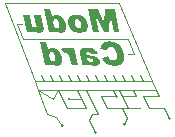
<source format=gbr>
%TF.GenerationSoftware,KiCad,Pcbnew,8.0.9-8.0.9-0~ubuntu24.04.1*%
%TF.CreationDate,2025-02-20T23:56:17+00:00*%
%TF.ProjectId,TPB,5450422e-6b69-4636-9164-5f7063625858,1.0.0*%
%TF.SameCoordinates,Original*%
%TF.FileFunction,Legend,Bot*%
%TF.FilePolarity,Positive*%
%FSLAX46Y46*%
G04 Gerber Fmt 4.6, Leading zero omitted, Abs format (unit mm)*
G04 Created by KiCad (PCBNEW 8.0.9-8.0.9-0~ubuntu24.04.1) date 2025-02-20 23:56:17*
%MOMM*%
%LPD*%
G01*
G04 APERTURE LIST*
%ADD10C,0.100000*%
%ADD11C,0.200000*%
G04 APERTURE END LIST*
D10*
X130867917Y-71486759D02*
X129597917Y-71486759D01*
X131625869Y-73879403D02*
G75*
G02*
X131438727Y-73879403I-93571J0D01*
G01*
X131438727Y-73879403D02*
G75*
G02*
X131625869Y-73879403I93571J0D01*
G01*
X125914917Y-70978759D02*
X125533917Y-71740759D01*
X124263917Y-70998858D02*
X125024637Y-72988610D01*
X121418000Y-63641001D02*
X123958000Y-70245001D01*
X130613917Y-70978759D02*
X130867917Y-71486759D01*
X127565917Y-70978759D02*
X128327917Y-72502759D01*
X130105917Y-72502759D02*
X131375917Y-72502759D01*
X134496783Y-71493869D02*
X133153917Y-71486759D01*
X133662585Y-72504168D02*
X134934379Y-72502118D01*
X134231527Y-70978883D02*
X134496783Y-71493869D01*
X130961488Y-71486759D02*
G75*
G02*
X130774346Y-71486759I-93571J0D01*
G01*
X130774346Y-71486759D02*
G75*
G02*
X130961488Y-71486759I93571J0D01*
G01*
X127946917Y-71740759D02*
X126830630Y-71740759D01*
X124254628Y-70980282D02*
X134231527Y-70978883D01*
X135442379Y-73357689D02*
G75*
G02*
X135255237Y-73357689I-93571J0D01*
G01*
X135255237Y-73357689D02*
G75*
G02*
X135442379Y-73357689I93571J0D01*
G01*
X128327917Y-70978759D02*
X129089917Y-72502759D01*
X123005500Y-66689001D02*
X131324000Y-66689001D01*
X129038000Y-70245001D02*
X130308000Y-70245001D01*
X133153917Y-71486759D02*
X133662585Y-72504168D01*
X131790346Y-73358330D02*
X131375917Y-72502759D01*
X129292000Y-70245001D02*
X129038000Y-69737001D01*
X132340000Y-70245001D02*
X131959000Y-70245001D01*
X128835917Y-73010759D02*
X128581917Y-73518759D01*
X132380869Y-67965051D02*
X131885778Y-67962852D01*
X133102000Y-70245001D02*
X132848000Y-69737001D01*
X127768000Y-70245001D02*
X127514000Y-69737001D01*
X131578000Y-70245001D02*
X131324000Y-69737001D01*
X131883917Y-72502759D02*
X132899917Y-72502759D01*
X132340000Y-70245001D02*
X133610000Y-70245001D01*
X135348808Y-73357689D02*
X134934379Y-72502118D01*
X128327917Y-72502759D02*
X126676917Y-72502759D01*
X131786298Y-73371403D02*
X131532298Y-73879403D01*
X124720000Y-70245001D02*
X124466000Y-69737001D01*
X133864000Y-70245001D02*
X134231527Y-70978883D01*
X122422413Y-65407414D02*
X122917504Y-65409613D01*
X125482000Y-70245001D02*
X125228000Y-69737001D01*
X125024637Y-72988610D02*
X125786637Y-73242610D01*
X124254628Y-70980282D02*
X123958000Y-70245001D01*
X127260000Y-70245001D02*
X125990000Y-70245001D01*
X132518917Y-71486759D02*
X131375917Y-71486759D01*
X130816000Y-70245001D02*
X130562000Y-69737001D01*
X125533917Y-71740759D02*
X124263917Y-70998858D01*
X128784000Y-70245001D02*
X127260000Y-70245001D01*
X129183488Y-74534759D02*
G75*
G02*
X128996346Y-74534759I-93571J0D01*
G01*
X128996346Y-74534759D02*
G75*
G02*
X129183488Y-74534759I93571J0D01*
G01*
X126388208Y-74004610D02*
G75*
G02*
X126201066Y-74004610I-93571J0D01*
G01*
X126201066Y-74004610D02*
G75*
G02*
X126388208Y-74004610I93571J0D01*
G01*
X132340000Y-70245001D02*
X132086000Y-69737001D01*
X132264917Y-70978759D02*
X132518917Y-71486759D01*
X129597917Y-71486759D02*
X130104123Y-72504809D01*
X130054000Y-70245001D02*
X129800000Y-69737001D01*
X129089917Y-72502759D02*
X129343917Y-73010759D01*
X133864000Y-70245001D02*
X131070000Y-63641001D01*
X129038000Y-70245001D02*
X128784000Y-70245001D01*
X129343917Y-73010759D02*
X128835917Y-73010759D01*
X126924201Y-71740759D02*
G75*
G02*
X126737059Y-71740759I-93571J0D01*
G01*
X126737059Y-71740759D02*
G75*
G02*
X126924201Y-71740759I93571J0D01*
G01*
X128581917Y-73518759D02*
X129089917Y-74534759D01*
X128530000Y-70245001D02*
X128276000Y-69737001D01*
X126244000Y-70245001D02*
X125990000Y-69737001D01*
X127006000Y-70245001D02*
X126752000Y-69737001D01*
X131375917Y-72502759D02*
X131883917Y-72502759D01*
X131375917Y-71486759D02*
X131882123Y-72504809D01*
X125786637Y-73242610D02*
X126294637Y-74004610D01*
X131070000Y-63641001D02*
X121418000Y-63641001D01*
X122422413Y-65407414D02*
X122942000Y-66689001D01*
X131121917Y-70978759D02*
X131375917Y-71486759D01*
X132380869Y-67965051D02*
X131861282Y-66683464D01*
X125914917Y-70978759D02*
X126676917Y-72502759D01*
X131324000Y-66689001D02*
X131861282Y-66683464D01*
X123958000Y-70245001D02*
X133864000Y-70245001D01*
D11*
G36*
X130149655Y-68076160D02*
G01*
X129649445Y-68233941D01*
X129695714Y-68329741D01*
X129746471Y-68418388D01*
X129801716Y-68499883D01*
X129870348Y-68584261D01*
X129897596Y-68613495D01*
X129973647Y-68684813D01*
X130054766Y-68746851D01*
X130140954Y-68799608D01*
X130232209Y-68843083D01*
X130330608Y-68876849D01*
X130438716Y-68900968D01*
X130541275Y-68914158D01*
X130651267Y-68919962D01*
X130684058Y-68920264D01*
X130799600Y-68916949D01*
X130905525Y-68907006D01*
X131001833Y-68890434D01*
X131102038Y-68862721D01*
X131189152Y-68825986D01*
X131275859Y-68769657D01*
X131351818Y-68695438D01*
X131409467Y-68615820D01*
X131458888Y-68522505D01*
X131471497Y-68493327D01*
X131502151Y-68399263D01*
X131520475Y-68295857D01*
X131526469Y-68183108D01*
X131522044Y-68082015D01*
X131509057Y-67974433D01*
X131492502Y-67883697D01*
X131463536Y-67763568D01*
X131427930Y-67650598D01*
X131385684Y-67544787D01*
X131336797Y-67446136D01*
X131281270Y-67354644D01*
X131219103Y-67270312D01*
X131150295Y-67193138D01*
X131074847Y-67123125D01*
X130993453Y-67060728D01*
X130907052Y-67006651D01*
X130815644Y-66960894D01*
X130719229Y-66923456D01*
X130617807Y-66894338D01*
X130511378Y-66873539D01*
X130399943Y-66861060D01*
X130283500Y-66856900D01*
X130171854Y-66860669D01*
X130069558Y-66871974D01*
X129959145Y-66895490D01*
X129862196Y-66929860D01*
X129766106Y-66983675D01*
X129730534Y-67011261D01*
X129658333Y-67086719D01*
X129599876Y-67178024D01*
X129560709Y-67268900D01*
X129531640Y-67371419D01*
X129512669Y-67485581D01*
X130074916Y-67607214D01*
X130092999Y-67508359D01*
X130106668Y-67473369D01*
X130166945Y-67394499D01*
X130208762Y-67364437D01*
X130301116Y-67331273D01*
X130366054Y-67325846D01*
X130465736Y-67336257D01*
X130568608Y-67372858D01*
X130651811Y-67427515D01*
X130718252Y-67492420D01*
X130775040Y-67573104D01*
X130818447Y-67663574D01*
X130850968Y-67757210D01*
X130878393Y-67864356D01*
X130881895Y-67880766D01*
X130899655Y-67978022D01*
X130911837Y-68081474D01*
X130913459Y-68183892D01*
X130895625Y-68286653D01*
X130876033Y-68329684D01*
X130805439Y-68403804D01*
X130714538Y-68441696D01*
X130621532Y-68451317D01*
X130518626Y-68441967D01*
X130420195Y-68410084D01*
X130337233Y-68355574D01*
X130265701Y-68279140D01*
X130207082Y-68191824D01*
X130159547Y-68098718D01*
X130149655Y-68076160D01*
G37*
G36*
X128549147Y-67390420D02*
G01*
X128649393Y-67398486D01*
X128754540Y-67414262D01*
X128788047Y-67421078D01*
X128885770Y-67447974D01*
X128977289Y-67488024D01*
X129013298Y-67509075D01*
X129096764Y-67569391D01*
X129170241Y-67643362D01*
X129215407Y-67705720D01*
X129266331Y-67797678D01*
X129306040Y-67888582D01*
X128796549Y-67951108D01*
X128755356Y-67883376D01*
X128682732Y-67811401D01*
X128667759Y-67802846D01*
X128570931Y-67771430D01*
X128471218Y-67763529D01*
X128423224Y-67766155D01*
X128333465Y-67805539D01*
X128315822Y-67849595D01*
X128322230Y-67951108D01*
X128335974Y-67955995D01*
X128429086Y-67986890D01*
X128528859Y-68015100D01*
X128535093Y-68016662D01*
X128632563Y-68038570D01*
X128736733Y-68059941D01*
X128833253Y-68078975D01*
X128945538Y-68100585D01*
X129055429Y-68125121D01*
X129150875Y-68154707D01*
X129242268Y-68194702D01*
X129329976Y-68253969D01*
X129400370Y-68331526D01*
X129451023Y-68422474D01*
X129479941Y-68516774D01*
X129487946Y-68618288D01*
X129464463Y-68717611D01*
X129407157Y-68804004D01*
X129343928Y-68854868D01*
X129250681Y-68894718D01*
X129148137Y-68914700D01*
X129043235Y-68920264D01*
X128995783Y-68919317D01*
X128892979Y-68910267D01*
X128795662Y-68891634D01*
X128693967Y-68859691D01*
X128612759Y-68821023D01*
X128528317Y-68768156D01*
X128448748Y-68707772D01*
X128449236Y-68802050D01*
X128426766Y-68889001D01*
X127913856Y-68889001D01*
X127925465Y-68840207D01*
X127938280Y-68739035D01*
X127933908Y-68674206D01*
X127917275Y-68576858D01*
X127845648Y-68232476D01*
X128380848Y-68232476D01*
X128397457Y-68313076D01*
X128415752Y-68379136D01*
X128462425Y-68466949D01*
X128509883Y-68514874D01*
X128594805Y-68566600D01*
X128671728Y-68594650D01*
X128773102Y-68607633D01*
X128804123Y-68606310D01*
X128897666Y-68570019D01*
X128899938Y-68567617D01*
X128922579Y-68472322D01*
X128918018Y-68456263D01*
X128857122Y-68379021D01*
X128823294Y-68359146D01*
X128727070Y-68323924D01*
X128629487Y-68298421D01*
X128581602Y-68287322D01*
X128479855Y-68261269D01*
X128380848Y-68232476D01*
X127845648Y-68232476D01*
X127782453Y-67928638D01*
X127778758Y-67909130D01*
X127770329Y-67808888D01*
X127777568Y-67711261D01*
X127799861Y-67621248D01*
X127851330Y-67534918D01*
X127889417Y-67498540D01*
X127976275Y-67446609D01*
X128075056Y-67416705D01*
X128153061Y-67404309D01*
X128256217Y-67394598D01*
X128361600Y-67389728D01*
X128464379Y-67388372D01*
X128549147Y-67390420D01*
G37*
G36*
X127313507Y-67419636D02*
G01*
X126801085Y-67419636D01*
X126851399Y-67661924D01*
X126792774Y-67581725D01*
X126724584Y-67504693D01*
X126654540Y-67446991D01*
X126563886Y-67404916D01*
X126462284Y-67388601D01*
X126447910Y-67388372D01*
X126348668Y-67400868D01*
X126254913Y-67434585D01*
X126199271Y-67464088D01*
X126451818Y-67867577D01*
X126545446Y-67832908D01*
X126596410Y-67826056D01*
X126696794Y-67848892D01*
X126777150Y-67911782D01*
X126782034Y-67917402D01*
X126841669Y-68007129D01*
X126883884Y-68101439D01*
X126917166Y-68199356D01*
X126947768Y-68313038D01*
X126966682Y-68397584D01*
X127068775Y-68889001D01*
X127618810Y-68889001D01*
X127313507Y-67419636D01*
G37*
G36*
X125083570Y-67546153D02*
G01*
X125155866Y-67477033D01*
X125243793Y-67427940D01*
X125268232Y-67418666D01*
X125368854Y-67394903D01*
X125467519Y-67388372D01*
X125563885Y-67395173D01*
X125671709Y-67420298D01*
X125774578Y-67463935D01*
X125858808Y-67516073D01*
X125939397Y-67581813D01*
X126001757Y-67646296D01*
X126067932Y-67734727D01*
X126124661Y-67835214D01*
X126164720Y-67928162D01*
X126198220Y-68029483D01*
X126225161Y-68139175D01*
X126232967Y-68179519D01*
X126246522Y-68277023D01*
X126251548Y-68387699D01*
X126244312Y-68491472D01*
X126224815Y-68588341D01*
X126186570Y-68692629D01*
X126148772Y-68758208D01*
X126080668Y-68831344D01*
X125994846Y-68882695D01*
X125891306Y-68912261D01*
X125788454Y-68920264D01*
X125716861Y-68916630D01*
X125613019Y-68897557D01*
X125513437Y-68862134D01*
X125441721Y-68822212D01*
X125361577Y-68762895D01*
X125281406Y-68692141D01*
X125322439Y-68889001D01*
X124810506Y-68889001D01*
X124634852Y-68044543D01*
X125188470Y-68044543D01*
X125203737Y-68145037D01*
X125209471Y-68171135D01*
X125235956Y-68266252D01*
X125277048Y-68364283D01*
X125338071Y-68451317D01*
X125349304Y-68462675D01*
X125431249Y-68521659D01*
X125532000Y-68545107D01*
X125608095Y-68527342D01*
X125677080Y-68452294D01*
X125699817Y-68367275D01*
X125698815Y-68262909D01*
X125682453Y-68158714D01*
X125676746Y-68132510D01*
X125650902Y-68037270D01*
X125611813Y-67939774D01*
X125554958Y-67854388D01*
X125474072Y-67789172D01*
X125376173Y-67763529D01*
X125286607Y-67784352D01*
X125215461Y-67858296D01*
X125189540Y-67942811D01*
X125188470Y-68044543D01*
X124634852Y-68044543D01*
X124394316Y-66888163D01*
X124946794Y-66888163D01*
X125083570Y-67546153D01*
G37*
G36*
X130712904Y-64094163D02*
G01*
X129912276Y-64094163D01*
X129855123Y-65306585D01*
X129295318Y-64094163D01*
X128496644Y-64094163D01*
X128912834Y-66095001D01*
X129410601Y-66095001D01*
X129091131Y-64559201D01*
X129796016Y-66095001D01*
X130245912Y-66095001D01*
X130311369Y-64559201D01*
X130630838Y-66095001D01*
X131129094Y-66095001D01*
X130712904Y-64094163D01*
G37*
G36*
X127502637Y-64595222D02*
G01*
X127615065Y-64604774D01*
X127722150Y-64624941D01*
X127823893Y-64655722D01*
X127920292Y-64697117D01*
X128011349Y-64749126D01*
X128097063Y-64811749D01*
X128129456Y-64839380D01*
X128203759Y-64912484D01*
X128268521Y-64991336D01*
X128323743Y-65075936D01*
X128369424Y-65166284D01*
X128405565Y-65262381D01*
X128432164Y-65364226D01*
X128443636Y-65430605D01*
X128451459Y-65535837D01*
X128442209Y-65653205D01*
X128412625Y-65760853D01*
X128362708Y-65858781D01*
X128292457Y-65946989D01*
X128269937Y-65968698D01*
X128180719Y-66033650D01*
X128091372Y-66075668D01*
X127990141Y-66105080D01*
X127877026Y-66121887D01*
X127773685Y-66126264D01*
X127725928Y-66125420D01*
X127610743Y-66115932D01*
X127501568Y-66095901D01*
X127398404Y-66065328D01*
X127301251Y-66024212D01*
X127210108Y-65972554D01*
X127124976Y-65910353D01*
X127092818Y-65882887D01*
X127019018Y-65810048D01*
X126954640Y-65731247D01*
X126899683Y-65646482D01*
X126854147Y-65555754D01*
X126818033Y-65459064D01*
X126791341Y-65356410D01*
X126776572Y-65264702D01*
X126775969Y-65252491D01*
X127325320Y-65252491D01*
X127340399Y-65353968D01*
X127345978Y-65379594D01*
X127376186Y-65483862D01*
X127419539Y-65578506D01*
X127479129Y-65656829D01*
X127503415Y-65678925D01*
X127593949Y-65733061D01*
X127693085Y-65751107D01*
X127700354Y-65751013D01*
X127795301Y-65727171D01*
X127867475Y-65655363D01*
X127896463Y-65568924D01*
X127898657Y-65463981D01*
X127883106Y-65359830D01*
X127877756Y-65335556D01*
X127848201Y-65236101D01*
X127804847Y-65144357D01*
X127744376Y-65066250D01*
X127713169Y-65038386D01*
X127627117Y-64988042D01*
X127526512Y-64969529D01*
X127427715Y-64993343D01*
X127357007Y-65064784D01*
X127327881Y-65149872D01*
X127325320Y-65252491D01*
X126775969Y-65252491D01*
X126771443Y-65160792D01*
X126782823Y-65048029D01*
X126812903Y-64944382D01*
X126861683Y-64849850D01*
X126872290Y-64834133D01*
X126946730Y-64750304D01*
X127039684Y-64684438D01*
X127131287Y-64643273D01*
X127235746Y-64614581D01*
X127353061Y-64598364D01*
X127456170Y-64594372D01*
X127502637Y-64595222D01*
G37*
G36*
X125421627Y-64752153D02*
G01*
X125493923Y-64683033D01*
X125581850Y-64633940D01*
X125606290Y-64624666D01*
X125706911Y-64600903D01*
X125805577Y-64594372D01*
X125901942Y-64601173D01*
X126009766Y-64626298D01*
X126112636Y-64669935D01*
X126196865Y-64722073D01*
X126277454Y-64787813D01*
X126339814Y-64852296D01*
X126405989Y-64940727D01*
X126462718Y-65041214D01*
X126502777Y-65134162D01*
X126536277Y-65235483D01*
X126563218Y-65345175D01*
X126571024Y-65385519D01*
X126584579Y-65483023D01*
X126589605Y-65593699D01*
X126582370Y-65697472D01*
X126562872Y-65794341D01*
X126524628Y-65898629D01*
X126486830Y-65964208D01*
X126418725Y-66037344D01*
X126332903Y-66088695D01*
X126229363Y-66118261D01*
X126126512Y-66126264D01*
X126054918Y-66122630D01*
X125951077Y-66103557D01*
X125851494Y-66068134D01*
X125779778Y-66028212D01*
X125699634Y-65968895D01*
X125619464Y-65898141D01*
X125660496Y-66095001D01*
X125148563Y-66095001D01*
X124972910Y-65250543D01*
X125526527Y-65250543D01*
X125541794Y-65351037D01*
X125547528Y-65377135D01*
X125574013Y-65472252D01*
X125615105Y-65570283D01*
X125676128Y-65657317D01*
X125687361Y-65668675D01*
X125769307Y-65727659D01*
X125870057Y-65751107D01*
X125946152Y-65733342D01*
X126015137Y-65658294D01*
X126037874Y-65573275D01*
X126036872Y-65468909D01*
X126020510Y-65364714D01*
X126014803Y-65338510D01*
X125988959Y-65243270D01*
X125949871Y-65145774D01*
X125893016Y-65060388D01*
X125812129Y-64995172D01*
X125714230Y-64969529D01*
X125624664Y-64990352D01*
X125553518Y-65064296D01*
X125527598Y-65148811D01*
X125526527Y-65250543D01*
X124972910Y-65250543D01*
X124732374Y-64094163D01*
X125284851Y-64094163D01*
X125421627Y-64752153D01*
G37*
G36*
X123281083Y-66095001D02*
G01*
X123792039Y-66095001D01*
X123742702Y-65857108D01*
X123814020Y-65924672D01*
X123891919Y-65988200D01*
X123975572Y-66043288D01*
X124016254Y-66064714D01*
X124109426Y-66099757D01*
X124212297Y-66120253D01*
X124314230Y-66126264D01*
X124419193Y-66117593D01*
X124518446Y-66087110D01*
X124605343Y-66027500D01*
X124639561Y-65987534D01*
X124682744Y-65897399D01*
X124699978Y-65797428D01*
X124698729Y-65694625D01*
X124685529Y-65595123D01*
X124678640Y-65559620D01*
X124484711Y-64625636D01*
X123935165Y-64625636D01*
X124103204Y-65434079D01*
X124115657Y-65533179D01*
X124094411Y-65630451D01*
X124008590Y-65684947D01*
X123966916Y-65688580D01*
X123868109Y-65666798D01*
X123790085Y-65611400D01*
X123732312Y-65527977D01*
X123696210Y-65436157D01*
X123669917Y-65332963D01*
X123522883Y-64625636D01*
X122975779Y-64625636D01*
X123281083Y-66095001D01*
G37*
M02*

</source>
